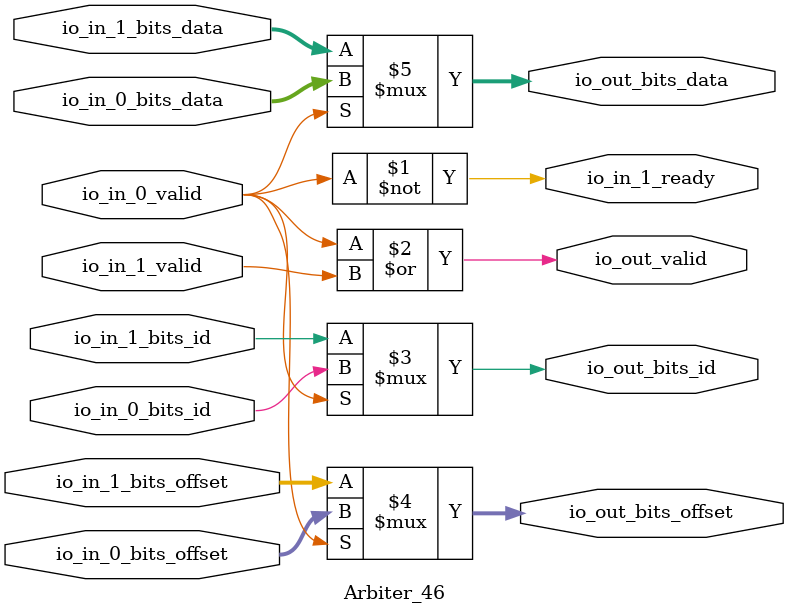
<source format=sv>
`ifndef RANDOMIZE
  `ifdef RANDOMIZE_REG_INIT
    `define RANDOMIZE
  `endif // RANDOMIZE_REG_INIT
`endif // not def RANDOMIZE
`ifndef RANDOMIZE
  `ifdef RANDOMIZE_MEM_INIT
    `define RANDOMIZE
  `endif // RANDOMIZE_MEM_INIT
`endif // not def RANDOMIZE

`ifndef RANDOM
  `define RANDOM $random
`endif // not def RANDOM

// Users can define 'PRINTF_COND' to add an extra gate to prints.
`ifndef PRINTF_COND_
  `ifdef PRINTF_COND
    `define PRINTF_COND_ (`PRINTF_COND)
  `else  // PRINTF_COND
    `define PRINTF_COND_ 1
  `endif // PRINTF_COND
`endif // not def PRINTF_COND_

// Users can define 'ASSERT_VERBOSE_COND' to add an extra gate to assert error printing.
`ifndef ASSERT_VERBOSE_COND_
  `ifdef ASSERT_VERBOSE_COND
    `define ASSERT_VERBOSE_COND_ (`ASSERT_VERBOSE_COND)
  `else  // ASSERT_VERBOSE_COND
    `define ASSERT_VERBOSE_COND_ 1
  `endif // ASSERT_VERBOSE_COND
`endif // not def ASSERT_VERBOSE_COND_

// Users can define 'STOP_COND' to add an extra gate to stop conditions.
`ifndef STOP_COND_
  `ifdef STOP_COND
    `define STOP_COND_ (`STOP_COND)
  `else  // STOP_COND
    `define STOP_COND_ 1
  `endif // STOP_COND
`endif // not def STOP_COND_

// Users can define INIT_RANDOM as general code that gets injected into the
// initializer block for modules with registers.
`ifndef INIT_RANDOM
  `define INIT_RANDOM
`endif // not def INIT_RANDOM

// If using random initialization, you can also define RANDOMIZE_DELAY to
// customize the delay used, otherwise 0.002 is used.
`ifndef RANDOMIZE_DELAY
  `define RANDOMIZE_DELAY 0.002
`endif // not def RANDOMIZE_DELAY

// Define INIT_RANDOM_PROLOG_ for use in our modules below.
`ifndef INIT_RANDOM_PROLOG_
  `ifdef RANDOMIZE
    `ifdef VERILATOR
      `define INIT_RANDOM_PROLOG_ `INIT_RANDOM
    `else  // VERILATOR
      `define INIT_RANDOM_PROLOG_ `INIT_RANDOM #`RANDOMIZE_DELAY begin end
    `endif // VERILATOR
  `else  // RANDOMIZE
    `define INIT_RANDOM_PROLOG_
  `endif // RANDOMIZE
`endif // not def INIT_RANDOM_PROLOG_

// Include register initializers in init blocks unless synthesis is set
`ifndef SYNTHESIS
  `ifndef ENABLE_INITIAL_REG_
    `define ENABLE_INITIAL_REG_
  `endif // not def ENABLE_INITIAL_REG_
`endif // not def SYNTHESIS

// Include rmemory initializers in init blocks unless synthesis is set
`ifndef SYNTHESIS
  `ifndef ENABLE_INITIAL_MEM_
    `define ENABLE_INITIAL_MEM_
  `endif // not def ENABLE_INITIAL_MEM_
`endif // not def SYNTHESIS

module Arbiter_46(
  input         io_in_0_valid,
                io_in_0_bits_id,
  input  [2:0]  io_in_0_bits_offset,
  input  [63:0] io_in_0_bits_data,
  input         io_in_1_valid,
                io_in_1_bits_id,
  input  [2:0]  io_in_1_bits_offset,
  input  [63:0] io_in_1_bits_data,
  output        io_in_1_ready,
                io_out_valid,
                io_out_bits_id,
  output [2:0]  io_out_bits_offset,
  output [63:0] io_out_bits_data
);

  assign io_in_1_ready = ~io_in_0_valid;	// Arbiter.scala:31:78
  assign io_out_valid = io_in_0_valid | io_in_1_valid;	// Arbiter.scala:135:31
  assign io_out_bits_id = io_in_0_valid ? io_in_0_bits_id : io_in_1_bits_id;	// Arbiter.scala:124:15, :126:27, :128:19
  assign io_out_bits_offset = io_in_0_valid ? io_in_0_bits_offset : io_in_1_bits_offset;	// Arbiter.scala:124:15, :126:27, :128:19
  assign io_out_bits_data = io_in_0_valid ? io_in_0_bits_data : io_in_1_bits_data;	// Arbiter.scala:124:15, :126:27, :128:19
endmodule


</source>
